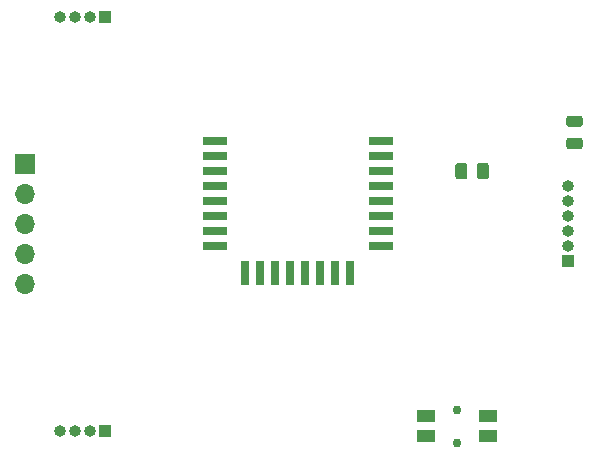
<source format=gts>
%TF.GenerationSoftware,KiCad,Pcbnew,(5.1.8)-1*%
%TF.CreationDate,2021-05-19T16:17:09+03:00*%
%TF.ProjectId,Thermometer,54686572-6d6f-46d6-9574-65722e6b6963,rev?*%
%TF.SameCoordinates,Original*%
%TF.FileFunction,Soldermask,Top*%
%TF.FilePolarity,Negative*%
%FSLAX46Y46*%
G04 Gerber Fmt 4.6, Leading zero omitted, Abs format (unit mm)*
G04 Created by KiCad (PCBNEW (5.1.8)-1) date 2021-05-19 16:17:09*
%MOMM*%
%LPD*%
G01*
G04 APERTURE LIST*
%ADD10R,1.700000X1.700000*%
%ADD11O,1.700000X1.700000*%
%ADD12O,1.000000X1.000000*%
%ADD13R,1.000000X1.000000*%
%ADD14R,1.550000X1.000000*%
%ADD15C,0.750000*%
%ADD16R,2.000000X0.700000*%
%ADD17R,0.700000X2.000000*%
G04 APERTURE END LIST*
D10*
%TO.C,J1*%
X90678000Y-79756000D03*
D11*
X90678000Y-82296000D03*
X90678000Y-84836000D03*
X90678000Y-87376000D03*
X90678000Y-89916000D03*
%TD*%
D12*
%TO.C,J2*%
X93649800Y-102362000D03*
X94919800Y-102362000D03*
X96189800Y-102362000D03*
D13*
X97459800Y-102362000D03*
%TD*%
%TO.C,J3*%
X97459800Y-67259200D03*
D12*
X96189800Y-67259200D03*
X94919800Y-67259200D03*
X93649800Y-67259200D03*
%TD*%
D13*
%TO.C,J4*%
X136702800Y-87985600D03*
D12*
X136702800Y-86715600D03*
X136702800Y-85445600D03*
X136702800Y-84175600D03*
X136702800Y-82905600D03*
X136702800Y-81635600D03*
%TD*%
%TO.C,R2*%
G36*
G01*
X127147900Y-80790201D02*
X127147900Y-79890199D01*
G75*
G02*
X127397899Y-79640200I249999J0D01*
G01*
X127922901Y-79640200D01*
G75*
G02*
X128172900Y-79890199I0J-249999D01*
G01*
X128172900Y-80790201D01*
G75*
G02*
X127922901Y-81040200I-249999J0D01*
G01*
X127397899Y-81040200D01*
G75*
G02*
X127147900Y-80790201I0J249999D01*
G01*
G37*
G36*
G01*
X128972900Y-80790201D02*
X128972900Y-79890199D01*
G75*
G02*
X129222899Y-79640200I249999J0D01*
G01*
X129747901Y-79640200D01*
G75*
G02*
X129997900Y-79890199I0J-249999D01*
G01*
X129997900Y-80790201D01*
G75*
G02*
X129747901Y-81040200I-249999J0D01*
G01*
X129222899Y-81040200D01*
G75*
G02*
X128972900Y-80790201I0J249999D01*
G01*
G37*
%TD*%
D14*
%TO.C,SW1*%
X124654400Y-101105600D03*
X129904400Y-101105600D03*
X129904400Y-102805600D03*
X124654400Y-102805600D03*
D15*
X127279400Y-100580600D03*
X127279400Y-103330600D03*
%TD*%
D16*
%TO.C,U1*%
X120892800Y-86684600D03*
X120892800Y-85414600D03*
X120892800Y-84144600D03*
X120892800Y-82874600D03*
X120892800Y-81604600D03*
X120892800Y-80334600D03*
X120892800Y-79064600D03*
X120892800Y-77794600D03*
D17*
X109382800Y-88944600D03*
X110652800Y-88944600D03*
X111922800Y-88944600D03*
X113192800Y-88944600D03*
X114462800Y-88944600D03*
X115732800Y-88944600D03*
X117002800Y-88944600D03*
X118272800Y-88944600D03*
D16*
X106792800Y-77794600D03*
X106792800Y-79064600D03*
X106792800Y-80334600D03*
X106792800Y-81604600D03*
X106792800Y-82874600D03*
X106792800Y-84144600D03*
X106792800Y-85414600D03*
X106792800Y-86684600D03*
%TD*%
%TO.C,D1*%
G36*
G01*
X136779950Y-75638600D02*
X137692450Y-75638600D01*
G75*
G02*
X137936200Y-75882350I0J-243750D01*
G01*
X137936200Y-76369850D01*
G75*
G02*
X137692450Y-76613600I-243750J0D01*
G01*
X136779950Y-76613600D01*
G75*
G02*
X136536200Y-76369850I0J243750D01*
G01*
X136536200Y-75882350D01*
G75*
G02*
X136779950Y-75638600I243750J0D01*
G01*
G37*
G36*
G01*
X136779950Y-77513600D02*
X137692450Y-77513600D01*
G75*
G02*
X137936200Y-77757350I0J-243750D01*
G01*
X137936200Y-78244850D01*
G75*
G02*
X137692450Y-78488600I-243750J0D01*
G01*
X136779950Y-78488600D01*
G75*
G02*
X136536200Y-78244850I0J243750D01*
G01*
X136536200Y-77757350D01*
G75*
G02*
X136779950Y-77513600I243750J0D01*
G01*
G37*
%TD*%
M02*

</source>
